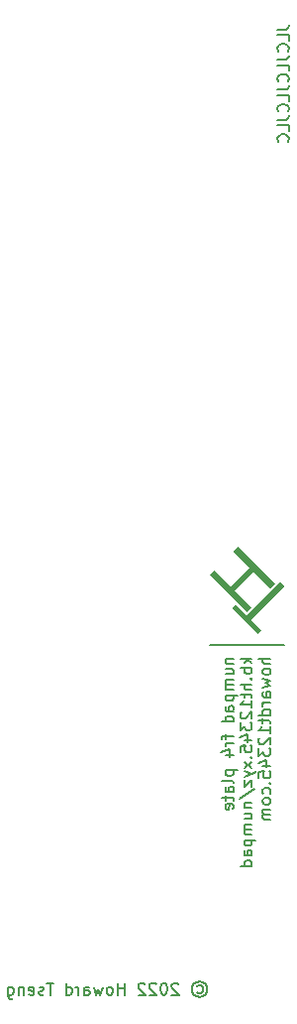
<source format=gbo>
%TF.GenerationSoftware,KiCad,Pcbnew,(5.1.10)-1*%
%TF.CreationDate,2022-01-15T23:13:10-05:00*%
%TF.ProjectId,numpad - plate,6e756d70-6164-4202-9d20-706c6174652e,rev?*%
%TF.SameCoordinates,Original*%
%TF.FileFunction,Legend,Bot*%
%TF.FilePolarity,Positive*%
%FSLAX46Y46*%
G04 Gerber Fmt 4.6, Leading zero omitted, Abs format (unit mm)*
G04 Created by KiCad (PCBNEW (5.1.10)-1) date 2022-01-15 23:13:10*
%MOMM*%
%LPD*%
G01*
G04 APERTURE LIST*
%ADD10C,0.150000*%
%ADD11C,0.100000*%
G04 APERTURE END LIST*
D10*
X154771500Y-144453400D02*
X161121100Y-144453400D01*
X160573480Y-91896809D02*
X161287766Y-91896809D01*
X161430623Y-91849190D01*
X161525861Y-91753952D01*
X161573480Y-91611095D01*
X161573480Y-91515857D01*
X161573480Y-92849190D02*
X161573480Y-92373000D01*
X160573480Y-92373000D01*
X161478242Y-93753952D02*
X161525861Y-93706333D01*
X161573480Y-93563476D01*
X161573480Y-93468238D01*
X161525861Y-93325380D01*
X161430623Y-93230142D01*
X161335385Y-93182523D01*
X161144909Y-93134904D01*
X161002052Y-93134904D01*
X160811576Y-93182523D01*
X160716338Y-93230142D01*
X160621100Y-93325380D01*
X160573480Y-93468238D01*
X160573480Y-93563476D01*
X160621100Y-93706333D01*
X160668719Y-93753952D01*
X160573480Y-94468238D02*
X161287766Y-94468238D01*
X161430623Y-94420619D01*
X161525861Y-94325380D01*
X161573480Y-94182523D01*
X161573480Y-94087285D01*
X161573480Y-95420619D02*
X161573480Y-94944428D01*
X160573480Y-94944428D01*
X161478242Y-96325380D02*
X161525861Y-96277761D01*
X161573480Y-96134904D01*
X161573480Y-96039666D01*
X161525861Y-95896809D01*
X161430623Y-95801571D01*
X161335385Y-95753952D01*
X161144909Y-95706333D01*
X161002052Y-95706333D01*
X160811576Y-95753952D01*
X160716338Y-95801571D01*
X160621100Y-95896809D01*
X160573480Y-96039666D01*
X160573480Y-96134904D01*
X160621100Y-96277761D01*
X160668719Y-96325380D01*
X160573480Y-97039666D02*
X161287766Y-97039666D01*
X161430623Y-96992047D01*
X161525861Y-96896809D01*
X161573480Y-96753952D01*
X161573480Y-96658714D01*
X161573480Y-97992047D02*
X161573480Y-97515857D01*
X160573480Y-97515857D01*
X161478242Y-98896809D02*
X161525861Y-98849190D01*
X161573480Y-98706333D01*
X161573480Y-98611095D01*
X161525861Y-98468238D01*
X161430623Y-98373000D01*
X161335385Y-98325380D01*
X161144909Y-98277761D01*
X161002052Y-98277761D01*
X160811576Y-98325380D01*
X160716338Y-98373000D01*
X160621100Y-98468238D01*
X160573480Y-98611095D01*
X160573480Y-98706333D01*
X160621100Y-98849190D01*
X160668719Y-98896809D01*
X160573480Y-99611095D02*
X161287766Y-99611095D01*
X161430623Y-99563476D01*
X161525861Y-99468238D01*
X161573480Y-99325380D01*
X161573480Y-99230142D01*
X161573480Y-100563476D02*
X161573480Y-100087285D01*
X160573480Y-100087285D01*
X161478242Y-101468238D02*
X161525861Y-101420619D01*
X161573480Y-101277761D01*
X161573480Y-101182523D01*
X161525861Y-101039666D01*
X161430623Y-100944428D01*
X161335385Y-100896809D01*
X161144909Y-100849190D01*
X161002052Y-100849190D01*
X160811576Y-100896809D01*
X160716338Y-100944428D01*
X160621100Y-101039666D01*
X160573480Y-101182523D01*
X160573480Y-101277761D01*
X160621100Y-101420619D01*
X160668719Y-101468238D01*
X159986080Y-145582695D02*
X158986080Y-145582695D01*
X159986080Y-146011266D02*
X159462271Y-146011266D01*
X159367033Y-145963647D01*
X159319414Y-145868409D01*
X159319414Y-145725552D01*
X159367033Y-145630314D01*
X159414652Y-145582695D01*
X159986080Y-146630314D02*
X159938461Y-146535076D01*
X159890842Y-146487457D01*
X159795604Y-146439838D01*
X159509890Y-146439838D01*
X159414652Y-146487457D01*
X159367033Y-146535076D01*
X159319414Y-146630314D01*
X159319414Y-146773171D01*
X159367033Y-146868409D01*
X159414652Y-146916028D01*
X159509890Y-146963647D01*
X159795604Y-146963647D01*
X159890842Y-146916028D01*
X159938461Y-146868409D01*
X159986080Y-146773171D01*
X159986080Y-146630314D01*
X159319414Y-147296980D02*
X159986080Y-147487457D01*
X159509890Y-147677933D01*
X159986080Y-147868409D01*
X159319414Y-148058885D01*
X159986080Y-148868409D02*
X159462271Y-148868409D01*
X159367033Y-148820790D01*
X159319414Y-148725552D01*
X159319414Y-148535076D01*
X159367033Y-148439838D01*
X159938461Y-148868409D02*
X159986080Y-148773171D01*
X159986080Y-148535076D01*
X159938461Y-148439838D01*
X159843223Y-148392219D01*
X159747985Y-148392219D01*
X159652747Y-148439838D01*
X159605128Y-148535076D01*
X159605128Y-148773171D01*
X159557509Y-148868409D01*
X159986080Y-149344600D02*
X159319414Y-149344600D01*
X159509890Y-149344600D02*
X159414652Y-149392219D01*
X159367033Y-149439838D01*
X159319414Y-149535076D01*
X159319414Y-149630314D01*
X159986080Y-150392219D02*
X158986080Y-150392219D01*
X159938461Y-150392219D02*
X159986080Y-150296980D01*
X159986080Y-150106504D01*
X159938461Y-150011266D01*
X159890842Y-149963647D01*
X159795604Y-149916028D01*
X159509890Y-149916028D01*
X159414652Y-149963647D01*
X159367033Y-150011266D01*
X159319414Y-150106504D01*
X159319414Y-150296980D01*
X159367033Y-150392219D01*
X159319414Y-150725552D02*
X159319414Y-151106504D01*
X158986080Y-150868409D02*
X159843223Y-150868409D01*
X159938461Y-150916028D01*
X159986080Y-151011266D01*
X159986080Y-151106504D01*
X159986080Y-151963647D02*
X159986080Y-151392219D01*
X159986080Y-151677933D02*
X158986080Y-151677933D01*
X159128938Y-151582695D01*
X159224176Y-151487457D01*
X159271795Y-151392219D01*
X159081319Y-152344600D02*
X159033700Y-152392219D01*
X158986080Y-152487457D01*
X158986080Y-152725552D01*
X159033700Y-152820790D01*
X159081319Y-152868409D01*
X159176557Y-152916028D01*
X159271795Y-152916028D01*
X159414652Y-152868409D01*
X159986080Y-152296980D01*
X159986080Y-152916028D01*
X158986080Y-153249361D02*
X158986080Y-153868409D01*
X159367033Y-153535076D01*
X159367033Y-153677933D01*
X159414652Y-153773171D01*
X159462271Y-153820790D01*
X159557509Y-153868409D01*
X159795604Y-153868409D01*
X159890842Y-153820790D01*
X159938461Y-153773171D01*
X159986080Y-153677933D01*
X159986080Y-153392219D01*
X159938461Y-153296980D01*
X159890842Y-153249361D01*
X159319414Y-154725552D02*
X159986080Y-154725552D01*
X158938461Y-154487457D02*
X159652747Y-154249361D01*
X159652747Y-154868409D01*
X158986080Y-155725552D02*
X158986080Y-155249361D01*
X159462271Y-155201742D01*
X159414652Y-155249361D01*
X159367033Y-155344600D01*
X159367033Y-155582695D01*
X159414652Y-155677933D01*
X159462271Y-155725552D01*
X159557509Y-155773171D01*
X159795604Y-155773171D01*
X159890842Y-155725552D01*
X159938461Y-155677933D01*
X159986080Y-155582695D01*
X159986080Y-155344600D01*
X159938461Y-155249361D01*
X159890842Y-155201742D01*
X159890842Y-156201742D02*
X159938461Y-156249361D01*
X159986080Y-156201742D01*
X159938461Y-156154123D01*
X159890842Y-156201742D01*
X159986080Y-156201742D01*
X159938461Y-157106504D02*
X159986080Y-157011266D01*
X159986080Y-156820790D01*
X159938461Y-156725552D01*
X159890842Y-156677933D01*
X159795604Y-156630314D01*
X159509890Y-156630314D01*
X159414652Y-156677933D01*
X159367033Y-156725552D01*
X159319414Y-156820790D01*
X159319414Y-157011266D01*
X159367033Y-157106504D01*
X159986080Y-157677933D02*
X159938461Y-157582695D01*
X159890842Y-157535076D01*
X159795604Y-157487457D01*
X159509890Y-157487457D01*
X159414652Y-157535076D01*
X159367033Y-157582695D01*
X159319414Y-157677933D01*
X159319414Y-157820790D01*
X159367033Y-157916028D01*
X159414652Y-157963647D01*
X159509890Y-158011266D01*
X159795604Y-158011266D01*
X159890842Y-157963647D01*
X159938461Y-157916028D01*
X159986080Y-157820790D01*
X159986080Y-157677933D01*
X159986080Y-158439838D02*
X159319414Y-158439838D01*
X159414652Y-158439838D02*
X159367033Y-158487457D01*
X159319414Y-158582695D01*
X159319414Y-158725552D01*
X159367033Y-158820790D01*
X159462271Y-158868409D01*
X159986080Y-158868409D01*
X159462271Y-158868409D02*
X159367033Y-158916028D01*
X159319414Y-159011266D01*
X159319414Y-159154123D01*
X159367033Y-159249361D01*
X159462271Y-159296980D01*
X159986080Y-159296980D01*
X158398680Y-145582695D02*
X157398680Y-145582695D01*
X158017728Y-145677933D02*
X158398680Y-145963647D01*
X157732014Y-145963647D02*
X158112966Y-145582695D01*
X158398680Y-146392219D02*
X157398680Y-146392219D01*
X157779633Y-146392219D02*
X157732014Y-146487457D01*
X157732014Y-146677933D01*
X157779633Y-146773171D01*
X157827252Y-146820790D01*
X157922490Y-146868409D01*
X158208204Y-146868409D01*
X158303442Y-146820790D01*
X158351061Y-146773171D01*
X158398680Y-146677933D01*
X158398680Y-146487457D01*
X158351061Y-146392219D01*
X158303442Y-147296980D02*
X158351061Y-147344600D01*
X158398680Y-147296980D01*
X158351061Y-147249361D01*
X158303442Y-147296980D01*
X158398680Y-147296980D01*
X158398680Y-147773171D02*
X157398680Y-147773171D01*
X158398680Y-148201742D02*
X157874871Y-148201742D01*
X157779633Y-148154123D01*
X157732014Y-148058885D01*
X157732014Y-147916028D01*
X157779633Y-147820790D01*
X157827252Y-147773171D01*
X157732014Y-148535076D02*
X157732014Y-148916028D01*
X157398680Y-148677933D02*
X158255823Y-148677933D01*
X158351061Y-148725552D01*
X158398680Y-148820790D01*
X158398680Y-148916028D01*
X158398680Y-149773171D02*
X158398680Y-149201742D01*
X158398680Y-149487457D02*
X157398680Y-149487457D01*
X157541538Y-149392219D01*
X157636776Y-149296980D01*
X157684395Y-149201742D01*
X157493919Y-150154123D02*
X157446300Y-150201742D01*
X157398680Y-150296980D01*
X157398680Y-150535076D01*
X157446300Y-150630314D01*
X157493919Y-150677933D01*
X157589157Y-150725552D01*
X157684395Y-150725552D01*
X157827252Y-150677933D01*
X158398680Y-150106504D01*
X158398680Y-150725552D01*
X157398680Y-151058885D02*
X157398680Y-151677933D01*
X157779633Y-151344599D01*
X157779633Y-151487457D01*
X157827252Y-151582695D01*
X157874871Y-151630314D01*
X157970109Y-151677933D01*
X158208204Y-151677933D01*
X158303442Y-151630314D01*
X158351061Y-151582695D01*
X158398680Y-151487457D01*
X158398680Y-151201742D01*
X158351061Y-151106504D01*
X158303442Y-151058885D01*
X157732014Y-152535076D02*
X158398680Y-152535076D01*
X157351061Y-152296980D02*
X158065347Y-152058885D01*
X158065347Y-152677933D01*
X157398680Y-153535076D02*
X157398680Y-153058885D01*
X157874871Y-153011266D01*
X157827252Y-153058885D01*
X157779633Y-153154123D01*
X157779633Y-153392219D01*
X157827252Y-153487457D01*
X157874871Y-153535076D01*
X157970109Y-153582695D01*
X158208204Y-153582695D01*
X158303442Y-153535076D01*
X158351061Y-153487457D01*
X158398680Y-153392219D01*
X158398680Y-153154123D01*
X158351061Y-153058885D01*
X158303442Y-153011266D01*
X158303442Y-154011266D02*
X158351061Y-154058885D01*
X158398680Y-154011266D01*
X158351061Y-153963647D01*
X158303442Y-154011266D01*
X158398680Y-154011266D01*
X158398680Y-154392219D02*
X157732014Y-154916028D01*
X157732014Y-154392219D02*
X158398680Y-154916028D01*
X157732014Y-155201742D02*
X158398680Y-155439838D01*
X157732014Y-155677933D02*
X158398680Y-155439838D01*
X158636776Y-155344599D01*
X158684395Y-155296980D01*
X158732014Y-155201742D01*
X157732014Y-155963647D02*
X157732014Y-156487457D01*
X158398680Y-155963647D01*
X158398680Y-156487457D01*
X157351061Y-157582695D02*
X158636776Y-156725552D01*
X157732014Y-157916028D02*
X158398680Y-157916028D01*
X157827252Y-157916028D02*
X157779633Y-157963647D01*
X157732014Y-158058885D01*
X157732014Y-158201742D01*
X157779633Y-158296980D01*
X157874871Y-158344599D01*
X158398680Y-158344599D01*
X157732014Y-159249361D02*
X158398680Y-159249361D01*
X157732014Y-158820790D02*
X158255823Y-158820790D01*
X158351061Y-158868409D01*
X158398680Y-158963647D01*
X158398680Y-159106504D01*
X158351061Y-159201742D01*
X158303442Y-159249361D01*
X158398680Y-159725552D02*
X157732014Y-159725552D01*
X157827252Y-159725552D02*
X157779633Y-159773171D01*
X157732014Y-159868409D01*
X157732014Y-160011266D01*
X157779633Y-160106504D01*
X157874871Y-160154123D01*
X158398680Y-160154123D01*
X157874871Y-160154123D02*
X157779633Y-160201742D01*
X157732014Y-160296980D01*
X157732014Y-160439838D01*
X157779633Y-160535076D01*
X157874871Y-160582695D01*
X158398680Y-160582695D01*
X157732014Y-161058885D02*
X158732014Y-161058885D01*
X157779633Y-161058885D02*
X157732014Y-161154123D01*
X157732014Y-161344599D01*
X157779633Y-161439838D01*
X157827252Y-161487457D01*
X157922490Y-161535076D01*
X158208204Y-161535076D01*
X158303442Y-161487457D01*
X158351061Y-161439838D01*
X158398680Y-161344599D01*
X158398680Y-161154123D01*
X158351061Y-161058885D01*
X158398680Y-162392219D02*
X157874871Y-162392219D01*
X157779633Y-162344599D01*
X157732014Y-162249361D01*
X157732014Y-162058885D01*
X157779633Y-161963647D01*
X158351061Y-162392219D02*
X158398680Y-162296980D01*
X158398680Y-162058885D01*
X158351061Y-161963647D01*
X158255823Y-161916028D01*
X158160585Y-161916028D01*
X158065347Y-161963647D01*
X158017728Y-162058885D01*
X158017728Y-162296980D01*
X157970109Y-162392219D01*
X158398680Y-163296980D02*
X157398680Y-163296980D01*
X158351061Y-163296980D02*
X158398680Y-163201742D01*
X158398680Y-163011266D01*
X158351061Y-162916028D01*
X158303442Y-162868409D01*
X158208204Y-162820790D01*
X157922490Y-162820790D01*
X157827252Y-162868409D01*
X157779633Y-162916028D01*
X157732014Y-163011266D01*
X157732014Y-163201742D01*
X157779633Y-163296980D01*
X156144614Y-145582695D02*
X156811280Y-145582695D01*
X156239852Y-145582695D02*
X156192233Y-145630314D01*
X156144614Y-145725552D01*
X156144614Y-145868409D01*
X156192233Y-145963647D01*
X156287471Y-146011266D01*
X156811280Y-146011266D01*
X156144614Y-146916028D02*
X156811280Y-146916028D01*
X156144614Y-146487457D02*
X156668423Y-146487457D01*
X156763661Y-146535076D01*
X156811280Y-146630314D01*
X156811280Y-146773171D01*
X156763661Y-146868409D01*
X156716042Y-146916028D01*
X156811280Y-147392219D02*
X156144614Y-147392219D01*
X156239852Y-147392219D02*
X156192233Y-147439838D01*
X156144614Y-147535076D01*
X156144614Y-147677933D01*
X156192233Y-147773171D01*
X156287471Y-147820790D01*
X156811280Y-147820790D01*
X156287471Y-147820790D02*
X156192233Y-147868409D01*
X156144614Y-147963647D01*
X156144614Y-148106504D01*
X156192233Y-148201742D01*
X156287471Y-148249361D01*
X156811280Y-148249361D01*
X156144614Y-148725552D02*
X157144614Y-148725552D01*
X156192233Y-148725552D02*
X156144614Y-148820790D01*
X156144614Y-149011266D01*
X156192233Y-149106504D01*
X156239852Y-149154123D01*
X156335090Y-149201742D01*
X156620804Y-149201742D01*
X156716042Y-149154123D01*
X156763661Y-149106504D01*
X156811280Y-149011266D01*
X156811280Y-148820790D01*
X156763661Y-148725552D01*
X156811280Y-150058885D02*
X156287471Y-150058885D01*
X156192233Y-150011266D01*
X156144614Y-149916028D01*
X156144614Y-149725552D01*
X156192233Y-149630314D01*
X156763661Y-150058885D02*
X156811280Y-149963647D01*
X156811280Y-149725552D01*
X156763661Y-149630314D01*
X156668423Y-149582695D01*
X156573185Y-149582695D01*
X156477947Y-149630314D01*
X156430328Y-149725552D01*
X156430328Y-149963647D01*
X156382709Y-150058885D01*
X156811280Y-150963647D02*
X155811280Y-150963647D01*
X156763661Y-150963647D02*
X156811280Y-150868409D01*
X156811280Y-150677933D01*
X156763661Y-150582695D01*
X156716042Y-150535076D01*
X156620804Y-150487457D01*
X156335090Y-150487457D01*
X156239852Y-150535076D01*
X156192233Y-150582695D01*
X156144614Y-150677933D01*
X156144614Y-150868409D01*
X156192233Y-150963647D01*
X156144614Y-152058885D02*
X156144614Y-152439838D01*
X156811280Y-152201742D02*
X155954138Y-152201742D01*
X155858900Y-152249361D01*
X155811280Y-152344600D01*
X155811280Y-152439838D01*
X156811280Y-152773171D02*
X156144614Y-152773171D01*
X156335090Y-152773171D02*
X156239852Y-152820790D01*
X156192233Y-152868409D01*
X156144614Y-152963647D01*
X156144614Y-153058885D01*
X156144614Y-153820790D02*
X156811280Y-153820790D01*
X155763661Y-153582695D02*
X156477947Y-153344600D01*
X156477947Y-153963647D01*
X156144614Y-155106504D02*
X157144614Y-155106504D01*
X156192233Y-155106504D02*
X156144614Y-155201742D01*
X156144614Y-155392219D01*
X156192233Y-155487457D01*
X156239852Y-155535076D01*
X156335090Y-155582695D01*
X156620804Y-155582695D01*
X156716042Y-155535076D01*
X156763661Y-155487457D01*
X156811280Y-155392219D01*
X156811280Y-155201742D01*
X156763661Y-155106504D01*
X156811280Y-156154123D02*
X156763661Y-156058885D01*
X156668423Y-156011266D01*
X155811280Y-156011266D01*
X156811280Y-156963647D02*
X156287471Y-156963647D01*
X156192233Y-156916028D01*
X156144614Y-156820790D01*
X156144614Y-156630314D01*
X156192233Y-156535076D01*
X156763661Y-156963647D02*
X156811280Y-156868409D01*
X156811280Y-156630314D01*
X156763661Y-156535076D01*
X156668423Y-156487457D01*
X156573185Y-156487457D01*
X156477947Y-156535076D01*
X156430328Y-156630314D01*
X156430328Y-156868409D01*
X156382709Y-156963647D01*
X156144614Y-157296980D02*
X156144614Y-157677933D01*
X155811280Y-157439838D02*
X156668423Y-157439838D01*
X156763661Y-157487457D01*
X156811280Y-157582695D01*
X156811280Y-157677933D01*
X156763661Y-158392219D02*
X156811280Y-158296980D01*
X156811280Y-158106504D01*
X156763661Y-158011266D01*
X156668423Y-157963647D01*
X156287471Y-157963647D01*
X156192233Y-158011266D01*
X156144614Y-158106504D01*
X156144614Y-158296980D01*
X156192233Y-158392219D01*
X156287471Y-158439838D01*
X156382709Y-158439838D01*
X156477947Y-157963647D01*
X153731276Y-173510776D02*
X153826514Y-173463157D01*
X154016990Y-173463157D01*
X154112228Y-173510776D01*
X154207466Y-173606014D01*
X154255085Y-173701252D01*
X154255085Y-173891728D01*
X154207466Y-173986966D01*
X154112228Y-174082204D01*
X154016990Y-174129823D01*
X153826514Y-174129823D01*
X153731276Y-174082204D01*
X153921752Y-173129823D02*
X154159847Y-173177442D01*
X154397942Y-173320300D01*
X154540800Y-173558395D01*
X154588419Y-173796490D01*
X154540800Y-174034585D01*
X154397942Y-174272680D01*
X154159847Y-174415538D01*
X153921752Y-174463157D01*
X153683657Y-174415538D01*
X153445561Y-174272680D01*
X153302704Y-174034585D01*
X153255085Y-173796490D01*
X153302704Y-173558395D01*
X153445561Y-173320300D01*
X153683657Y-173177442D01*
X153921752Y-173129823D01*
X152112228Y-173367919D02*
X152064609Y-173320300D01*
X151969371Y-173272680D01*
X151731276Y-173272680D01*
X151636038Y-173320300D01*
X151588419Y-173367919D01*
X151540800Y-173463157D01*
X151540800Y-173558395D01*
X151588419Y-173701252D01*
X152159847Y-174272680D01*
X151540800Y-174272680D01*
X150921752Y-173272680D02*
X150826514Y-173272680D01*
X150731276Y-173320300D01*
X150683657Y-173367919D01*
X150636038Y-173463157D01*
X150588419Y-173653633D01*
X150588419Y-173891728D01*
X150636038Y-174082204D01*
X150683657Y-174177442D01*
X150731276Y-174225061D01*
X150826514Y-174272680D01*
X150921752Y-174272680D01*
X151016990Y-174225061D01*
X151064609Y-174177442D01*
X151112228Y-174082204D01*
X151159847Y-173891728D01*
X151159847Y-173653633D01*
X151112228Y-173463157D01*
X151064609Y-173367919D01*
X151016990Y-173320300D01*
X150921752Y-173272680D01*
X150207466Y-173367919D02*
X150159847Y-173320300D01*
X150064609Y-173272680D01*
X149826514Y-173272680D01*
X149731276Y-173320300D01*
X149683657Y-173367919D01*
X149636038Y-173463157D01*
X149636038Y-173558395D01*
X149683657Y-173701252D01*
X150255085Y-174272680D01*
X149636038Y-174272680D01*
X149255085Y-173367919D02*
X149207466Y-173320300D01*
X149112228Y-173272680D01*
X148874133Y-173272680D01*
X148778895Y-173320300D01*
X148731276Y-173367919D01*
X148683657Y-173463157D01*
X148683657Y-173558395D01*
X148731276Y-173701252D01*
X149302704Y-174272680D01*
X148683657Y-174272680D01*
X147493180Y-174272680D02*
X147493180Y-173272680D01*
X147493180Y-173748871D02*
X146921752Y-173748871D01*
X146921752Y-174272680D02*
X146921752Y-173272680D01*
X146302704Y-174272680D02*
X146397942Y-174225061D01*
X146445561Y-174177442D01*
X146493180Y-174082204D01*
X146493180Y-173796490D01*
X146445561Y-173701252D01*
X146397942Y-173653633D01*
X146302704Y-173606014D01*
X146159847Y-173606014D01*
X146064609Y-173653633D01*
X146016990Y-173701252D01*
X145969371Y-173796490D01*
X145969371Y-174082204D01*
X146016990Y-174177442D01*
X146064609Y-174225061D01*
X146159847Y-174272680D01*
X146302704Y-174272680D01*
X145636038Y-173606014D02*
X145445561Y-174272680D01*
X145255085Y-173796490D01*
X145064609Y-174272680D01*
X144874133Y-173606014D01*
X144064609Y-174272680D02*
X144064609Y-173748871D01*
X144112228Y-173653633D01*
X144207466Y-173606014D01*
X144397942Y-173606014D01*
X144493180Y-173653633D01*
X144064609Y-174225061D02*
X144159847Y-174272680D01*
X144397942Y-174272680D01*
X144493180Y-174225061D01*
X144540800Y-174129823D01*
X144540800Y-174034585D01*
X144493180Y-173939347D01*
X144397942Y-173891728D01*
X144159847Y-173891728D01*
X144064609Y-173844109D01*
X143588419Y-174272680D02*
X143588419Y-173606014D01*
X143588419Y-173796490D02*
X143540800Y-173701252D01*
X143493180Y-173653633D01*
X143397942Y-173606014D01*
X143302704Y-173606014D01*
X142540800Y-174272680D02*
X142540800Y-173272680D01*
X142540800Y-174225061D02*
X142636038Y-174272680D01*
X142826514Y-174272680D01*
X142921752Y-174225061D01*
X142969371Y-174177442D01*
X143016990Y-174082204D01*
X143016990Y-173796490D01*
X142969371Y-173701252D01*
X142921752Y-173653633D01*
X142826514Y-173606014D01*
X142636038Y-173606014D01*
X142540800Y-173653633D01*
X141445561Y-173272680D02*
X140874133Y-173272680D01*
X141159847Y-174272680D02*
X141159847Y-173272680D01*
X140588419Y-174225061D02*
X140493180Y-174272680D01*
X140302704Y-174272680D01*
X140207466Y-174225061D01*
X140159847Y-174129823D01*
X140159847Y-174082204D01*
X140207466Y-173986966D01*
X140302704Y-173939347D01*
X140445561Y-173939347D01*
X140540800Y-173891728D01*
X140588419Y-173796490D01*
X140588419Y-173748871D01*
X140540800Y-173653633D01*
X140445561Y-173606014D01*
X140302704Y-173606014D01*
X140207466Y-173653633D01*
X139350323Y-174225061D02*
X139445561Y-174272680D01*
X139636038Y-174272680D01*
X139731276Y-174225061D01*
X139778895Y-174129823D01*
X139778895Y-173748871D01*
X139731276Y-173653633D01*
X139636038Y-173606014D01*
X139445561Y-173606014D01*
X139350323Y-173653633D01*
X139302704Y-173748871D01*
X139302704Y-173844109D01*
X139778895Y-173939347D01*
X138874133Y-173606014D02*
X138874133Y-174272680D01*
X138874133Y-173701252D02*
X138826514Y-173653633D01*
X138731276Y-173606014D01*
X138588419Y-173606014D01*
X138493180Y-173653633D01*
X138445561Y-173748871D01*
X138445561Y-174272680D01*
X137540800Y-173606014D02*
X137540800Y-174415538D01*
X137588419Y-174510776D01*
X137636038Y-174558395D01*
X137731276Y-174606014D01*
X137874133Y-174606014D01*
X137969371Y-174558395D01*
X137540800Y-174225061D02*
X137636038Y-174272680D01*
X137826514Y-174272680D01*
X137921752Y-174225061D01*
X137969371Y-174177442D01*
X138016990Y-174082204D01*
X138016990Y-173796490D01*
X137969371Y-173701252D01*
X137921752Y-173653633D01*
X137826514Y-173606014D01*
X137636038Y-173606014D01*
X137540800Y-173653633D01*
D11*
%TO.C,logo*%
G36*
X157943854Y-141881950D02*
G01*
X157049563Y-140987658D01*
X156718833Y-141305158D01*
X158917521Y-143501200D01*
X159245604Y-143170471D01*
X158353958Y-142281471D01*
X161198229Y-139453075D01*
X160785479Y-139042971D01*
X157943854Y-141881950D01*
G37*
G36*
X160378021Y-139188492D02*
G01*
X157203021Y-136013492D01*
X156798208Y-136426242D01*
X158166104Y-137791492D01*
X156557438Y-139397513D01*
X155186896Y-138029617D01*
X154771500Y-138445013D01*
X157946500Y-141620013D01*
X158356604Y-141199325D01*
X156890813Y-139738825D01*
X158494188Y-138130158D01*
X159959979Y-139595950D01*
X160378021Y-139188492D01*
G37*
%TD*%
%LPC*%
M02*

</source>
